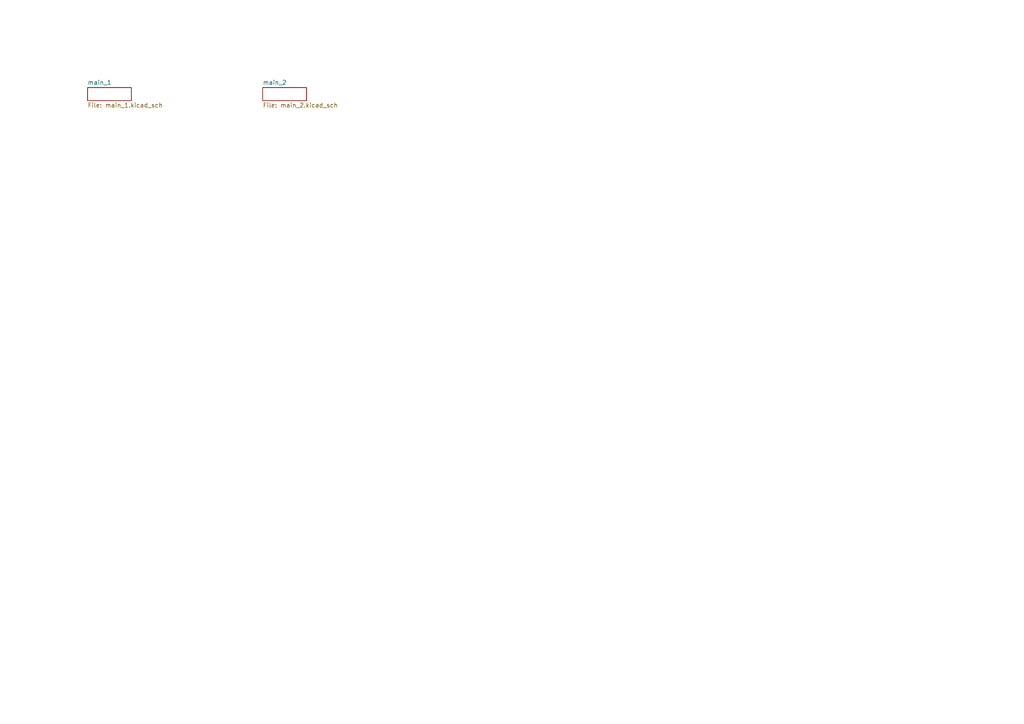
<source format=kicad_sch>
(kicad_sch (version 20211123) (generator eeschema)
  (paper "A4")
  (lib_symbols)
  (sheet (at 76.2 25.4) (size 12.7 3.81)
    (property "Sheet name" "main_2" (at 76.2 24.6884 0) (effects (justify left bottom)))
    (property "Sheet file" "main_2.kicad_sch" (at 76.2 29.7946 0) (effects (justify left top)))
  )
  (sheet (at 25.4 25.4) (size 12.7 3.81)
    (property "Sheet name" "main_1" (at 25.4 24.6884 0) (effects (justify left bottom)))
    (property "Sheet file" "main_1.kicad_sch" (at 25.4 29.7946 0) (effects (justify left top)))
  )
)
</source>
